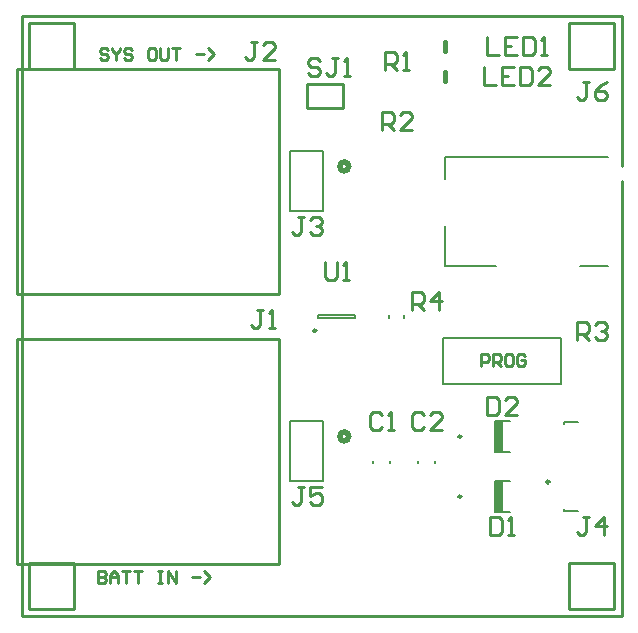
<source format=gto>
G04*
G04 #@! TF.GenerationSoftware,Altium Limited,Altium Designer,22.5.1 (42)*
G04*
G04 Layer_Color=65535*
%FSLAX43Y43*%
%MOMM*%
G71*
G04*
G04 #@! TF.SameCoordinates,A77E8290-A955-47A2-8026-EEB05ABB935E*
G04*
G04*
G04 #@! TF.FilePolarity,Positive*
G04*
G01*
G75*
%ADD10C,0.250*%
%ADD11C,0.508*%
%ADD12C,0.254*%
%ADD13C,0.200*%
%ADD14C,0.400*%
%ADD15C,0.152*%
%ADD16R,0.778X2.600*%
D10*
X50345Y49600D02*
G03*
X50345Y49600I-125J0D01*
G01*
X62615Y40640D02*
G03*
X62615Y40640I-125J0D01*
G01*
Y35560D02*
G03*
X62615Y35560I-125J0D01*
G01*
X70085Y36800D02*
G03*
X70085Y36800I-125J0D01*
G01*
D11*
X53086Y63500D02*
G03*
X53086Y63500I-381J0D01*
G01*
Y40640D02*
G03*
X53086Y40640I-381J0D01*
G01*
D12*
X24975Y29820D02*
X47175D01*
X24975Y48920D02*
X36075D01*
X47175D01*
X24975Y29820D02*
Y48920D01*
X47175Y29820D02*
Y48920D01*
X52578Y69723D02*
Y70485D01*
X49530D02*
X52578D01*
X49530Y68453D02*
Y70485D01*
Y68453D02*
X52578D01*
Y69723D01*
X24975Y52680D02*
X47175D01*
X24975Y71780D02*
X36075D01*
X47175D01*
X24975Y52680D02*
Y71780D01*
X47175Y52680D02*
Y71780D01*
X25400Y25400D02*
Y76200D01*
X76200D01*
Y63500D02*
Y76200D01*
Y46990D02*
Y62230D01*
Y25400D02*
Y48260D01*
X73435Y71735D02*
X75560D01*
X72673Y75610D02*
X74497D01*
X71760Y71735D02*
X73435D01*
X71760D02*
Y75610D01*
X72673D01*
X75560Y71735D02*
Y75610D01*
X74497D02*
X75560D01*
X73435Y26015D02*
X75560D01*
X72673Y29890D02*
X74497D01*
X71760Y26015D02*
X73435D01*
X71760D02*
Y29890D01*
X72673D01*
X75560Y26015D02*
Y29890D01*
X74497D02*
X75560D01*
X25400Y25400D02*
X76200D01*
X28778Y75610D02*
X29840D01*
Y71735D02*
Y75610D01*
X26040D02*
X26952D01*
X26040Y71735D02*
Y75610D01*
Y71735D02*
X27715D01*
X26952Y75610D02*
X28778D01*
X27715Y71735D02*
X29840D01*
X28778Y29890D02*
X29840D01*
Y26015D02*
Y29890D01*
X26040D02*
X26952D01*
X26040Y26015D02*
Y29890D01*
Y26015D02*
X27715D01*
X26952Y29890D02*
X28778D01*
X27715Y26015D02*
X29840D01*
X31877Y29210D02*
Y28194D01*
X32385D01*
X32554Y28363D01*
Y28533D01*
X32385Y28702D01*
X31877D01*
X32385D01*
X32554Y28871D01*
Y29040D01*
X32385Y29210D01*
X31877D01*
X32893Y28194D02*
Y28871D01*
X33231Y29210D01*
X33570Y28871D01*
Y28194D01*
Y28702D01*
X32893D01*
X33908Y29210D02*
X34585D01*
X34247D01*
Y28194D01*
X34924Y29210D02*
X35601D01*
X35263D01*
Y28194D01*
X36955Y29210D02*
X37294D01*
X37125D01*
Y28194D01*
X36955D01*
X37294D01*
X37802D02*
Y29210D01*
X38479Y28194D01*
Y29210D01*
X39833Y28702D02*
X40510D01*
X40849Y28194D02*
X41357Y28702D01*
X40849Y29210D01*
X64262Y46609D02*
Y47625D01*
X64770D01*
X64939Y47455D01*
Y47117D01*
X64770Y46948D01*
X64262D01*
X65278Y46609D02*
Y47625D01*
X65786D01*
X65955Y47455D01*
Y47117D01*
X65786Y46948D01*
X65278D01*
X65616D02*
X65955Y46609D01*
X66801Y47625D02*
X66463D01*
X66293Y47455D01*
Y46778D01*
X66463Y46609D01*
X66801D01*
X66970Y46778D01*
Y47455D01*
X66801Y47625D01*
X67986Y47455D02*
X67817Y47625D01*
X67478D01*
X67309Y47455D01*
Y46778D01*
X67478Y46609D01*
X67817D01*
X67986Y46778D01*
Y47117D01*
X67648D01*
X32681Y73363D02*
X32512Y73533D01*
X32173D01*
X32004Y73363D01*
Y73194D01*
X32173Y73025D01*
X32512D01*
X32681Y72856D01*
Y72686D01*
X32512Y72517D01*
X32173D01*
X32004Y72686D01*
X33020Y73533D02*
Y73363D01*
X33358Y73025D01*
X33697Y73363D01*
Y73533D01*
X33358Y73025D02*
Y72517D01*
X34712Y73363D02*
X34543Y73533D01*
X34205D01*
X34035Y73363D01*
Y73194D01*
X34205Y73025D01*
X34543D01*
X34712Y72856D01*
Y72686D01*
X34543Y72517D01*
X34205D01*
X34035Y72686D01*
X36575Y73533D02*
X36236D01*
X36067Y73363D01*
Y72686D01*
X36236Y72517D01*
X36575D01*
X36744Y72686D01*
Y73363D01*
X36575Y73533D01*
X37082D02*
Y72686D01*
X37252Y72517D01*
X37590D01*
X37759Y72686D01*
Y73533D01*
X38098D02*
X38775D01*
X38437D01*
Y72517D01*
X40129Y73025D02*
X40806D01*
X41145Y72517D02*
X41653Y73025D01*
X41145Y73533D01*
X45847Y51308D02*
X45339D01*
X45593D01*
Y50038D01*
X45339Y49784D01*
X45085D01*
X44831Y50038D01*
X46355Y49784D02*
X46862D01*
X46608D01*
Y51308D01*
X46355Y51054D01*
X72390Y48768D02*
Y50292D01*
X73152D01*
X73406Y50038D01*
Y49530D01*
X73152Y49276D01*
X72390D01*
X72898D02*
X73406Y48768D01*
X73914Y50038D02*
X74168Y50292D01*
X74676D01*
X74930Y50038D01*
Y49784D01*
X74676Y49530D01*
X74422D01*
X74676D01*
X74930Y49276D01*
Y49022D01*
X74676Y48768D01*
X74168D01*
X73914Y49022D01*
X64517Y71882D02*
Y70358D01*
X65533D01*
X67056Y71882D02*
X66040D01*
Y70358D01*
X67056D01*
X66040Y71120D02*
X66548D01*
X67564Y71882D02*
Y70358D01*
X68326D01*
X68580Y70612D01*
Y71628D01*
X68326Y71882D01*
X67564D01*
X70103Y70358D02*
X69087D01*
X70103Y71374D01*
Y71628D01*
X69849Y71882D01*
X69341D01*
X69087Y71628D01*
X64771Y74422D02*
Y72898D01*
X65786D01*
X67310Y74422D02*
X66294D01*
Y72898D01*
X67310D01*
X66294Y73660D02*
X66802D01*
X67818Y74422D02*
Y72898D01*
X68580D01*
X68834Y73152D01*
Y74168D01*
X68580Y74422D01*
X67818D01*
X69341Y72898D02*
X69849D01*
X69595D01*
Y74422D01*
X69341Y74168D01*
X50673Y72390D02*
X50419Y72644D01*
X49911D01*
X49657Y72390D01*
Y72136D01*
X49911Y71882D01*
X50419D01*
X50673Y71628D01*
Y71374D01*
X50419Y71120D01*
X49911D01*
X49657Y71374D01*
X52196Y72644D02*
X51688D01*
X51942D01*
Y71374D01*
X51688Y71120D01*
X51434D01*
X51181Y71374D01*
X52704Y71120D02*
X53212D01*
X52958D01*
Y72644D01*
X52704Y72390D01*
X56134Y71628D02*
Y73152D01*
X56896D01*
X57150Y72898D01*
Y72390D01*
X56896Y72136D01*
X56134D01*
X56642D02*
X57150Y71628D01*
X57658D02*
X58166D01*
X57912D01*
Y73152D01*
X57658Y72898D01*
X73406Y70612D02*
X72898D01*
X73152D01*
Y69342D01*
X72898Y69088D01*
X72644D01*
X72390Y69342D01*
X74930Y70612D02*
X74422Y70358D01*
X73914Y69850D01*
Y69342D01*
X74168Y69088D01*
X74676D01*
X74930Y69342D01*
Y69596D01*
X74676Y69850D01*
X73914D01*
X55880Y66548D02*
Y68072D01*
X56642D01*
X56896Y67818D01*
Y67310D01*
X56642Y67056D01*
X55880D01*
X56388D02*
X56896Y66548D01*
X58420D02*
X57404D01*
X58420Y67564D01*
Y67818D01*
X58166Y68072D01*
X57658D01*
X57404Y67818D01*
X51054Y55372D02*
Y54102D01*
X51308Y53848D01*
X51816D01*
X52070Y54102D01*
Y55372D01*
X52578Y53848D02*
X53086D01*
X52832D01*
Y55372D01*
X52578Y55118D01*
X58420Y51308D02*
Y52832D01*
X59182D01*
X59436Y52578D01*
Y52070D01*
X59182Y51816D01*
X58420D01*
X58928D02*
X59436Y51308D01*
X60706D02*
Y52832D01*
X59944Y52070D01*
X60960D01*
X64770Y43942D02*
Y42418D01*
X65532D01*
X65786Y42672D01*
Y43688D01*
X65532Y43942D01*
X64770D01*
X67310Y42418D02*
X66294D01*
X67310Y43434D01*
Y43688D01*
X67056Y43942D01*
X66548D01*
X66294Y43688D01*
X65024Y33782D02*
Y32258D01*
X65786D01*
X66040Y32512D01*
Y33528D01*
X65786Y33782D01*
X65024D01*
X66548Y32258D02*
X67056D01*
X66802D01*
Y33782D01*
X66548Y33528D01*
X73406Y33782D02*
X72898D01*
X73152D01*
Y32512D01*
X72898Y32258D01*
X72644D01*
X72390Y32512D01*
X74676Y32258D02*
Y33782D01*
X73914Y33020D01*
X74930D01*
X59436Y42418D02*
X59182Y42672D01*
X58674D01*
X58420Y42418D01*
Y41402D01*
X58674Y41148D01*
X59182D01*
X59436Y41402D01*
X60960Y41148D02*
X59944D01*
X60960Y42164D01*
Y42418D01*
X60706Y42672D01*
X60198D01*
X59944Y42418D01*
X55880D02*
X55626Y42672D01*
X55118D01*
X54864Y42418D01*
Y41402D01*
X55118Y41148D01*
X55626D01*
X55880Y41402D01*
X56388Y41148D02*
X56896D01*
X56642D01*
Y42672D01*
X56388Y42418D01*
X45339Y74041D02*
X44831D01*
X45085D01*
Y72771D01*
X44831Y72517D01*
X44577D01*
X44323Y72771D01*
X46862Y72517D02*
X45847D01*
X46862Y73533D01*
Y73787D01*
X46608Y74041D01*
X46100D01*
X45847Y73787D01*
X49276Y59182D02*
X48768D01*
X49022D01*
Y57912D01*
X48768Y57658D01*
X48514D01*
X48260Y57912D01*
X49784Y58928D02*
X50038Y59182D01*
X50546D01*
X50800Y58928D01*
Y58674D01*
X50546Y58420D01*
X50292D01*
X50546D01*
X50800Y58166D01*
Y57912D01*
X50546Y57658D01*
X50038D01*
X49784Y57912D01*
X49276Y36322D02*
X48768D01*
X49022D01*
Y35052D01*
X48768Y34798D01*
X48514D01*
X48260Y35052D01*
X50800Y36322D02*
X49784D01*
Y35560D01*
X50292Y35814D01*
X50546D01*
X50800Y35560D01*
Y35052D01*
X50546Y34798D01*
X50038D01*
X49784Y35052D01*
D13*
X61040Y45040D02*
Y48940D01*
X71040Y45040D02*
Y48940D01*
X61040Y45040D02*
X71040D01*
X61040Y48940D02*
X71040D01*
X61203Y55063D02*
Y58425D01*
Y62475D02*
Y64317D01*
Y55063D02*
X65580D01*
X61203Y64317D02*
X75080D01*
X72680Y55063D02*
X75080D01*
X50520Y50950D02*
X53620D01*
X50520Y50650D02*
X53620D01*
Y50950D01*
X50520Y50650D02*
Y50950D01*
X56525Y50700D02*
Y50900D01*
X57775Y50700D02*
Y50900D01*
X65440Y41940D02*
X66775D01*
X65440Y39340D02*
Y41940D01*
Y39340D02*
X66775D01*
X65440Y36860D02*
X66775D01*
X65440Y34260D02*
Y36860D01*
Y34260D02*
X66775D01*
X71310Y41850D02*
X72495D01*
X71310Y41700D02*
Y41850D01*
Y34350D02*
X72495D01*
X71310D02*
Y34500D01*
X60415Y38370D02*
Y38520D01*
X58965Y38370D02*
Y38520D01*
X56605Y38370D02*
Y38520D01*
X55155Y38370D02*
Y38520D01*
D14*
X61250Y73260D02*
Y74060D01*
Y70720D02*
Y71520D01*
D15*
X50927Y59690D02*
Y64770D01*
X48133Y59690D02*
X50927D01*
X48133D02*
Y64770D01*
X50927D01*
Y36830D02*
Y41910D01*
X48133Y36830D02*
X50927D01*
X48133D02*
Y41910D01*
X50927D01*
D16*
X65830Y40640D02*
D03*
X65830Y35560D02*
D03*
M02*

</source>
